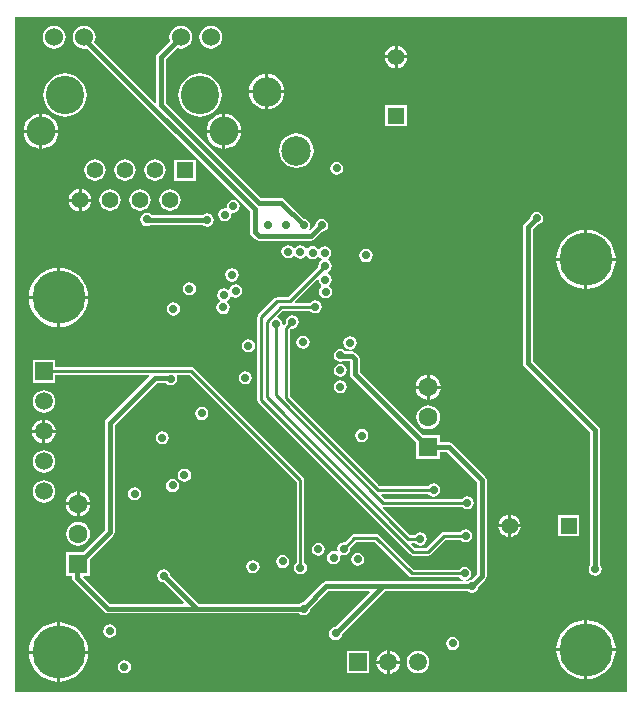
<source format=gbl>
G04*
G04 #@! TF.GenerationSoftware,Altium Limited,Altium Designer,20.0.13 (296)*
G04*
G04 Layer_Physical_Order=4*
G04 Layer_Color=16711680*
%FSLAX44Y44*%
%MOMM*%
G71*
G01*
G75*
%ADD15C,0.2540*%
%ADD81C,0.4000*%
%ADD83C,1.6000*%
%ADD84R,1.6000X1.6000*%
%ADD85C,4.5000*%
%ADD86C,1.4000*%
%ADD87R,1.4000X1.4000*%
%ADD88R,1.4000X1.4000*%
%ADD89C,2.5000*%
%ADD90C,3.2500*%
%ADD91C,2.4450*%
%ADD92C,1.5300*%
%ADD93C,1.3980*%
%ADD94R,1.3980X1.3980*%
%ADD95C,1.5000*%
%ADD96R,1.5000X1.5000*%
%ADD97R,1.5000X1.5000*%
%ADD98C,0.7000*%
%ADD99C,0.8000*%
G36*
X521432Y3569D02*
X3569D01*
X3568Y575432D01*
X521431D01*
X521432Y3569D01*
D02*
G37*
%LPC*%
G36*
X169000Y567733D02*
X166481Y567402D01*
X164133Y566429D01*
X162118Y564882D01*
X160571Y562867D01*
X159598Y560519D01*
X159267Y558000D01*
X159598Y555481D01*
X160571Y553133D01*
X162118Y551117D01*
X164133Y549571D01*
X166481Y548598D01*
X169000Y548267D01*
X171519Y548598D01*
X173867Y549571D01*
X175882Y551117D01*
X177429Y553133D01*
X178402Y555481D01*
X178733Y558000D01*
X178402Y560519D01*
X177429Y562867D01*
X175882Y564882D01*
X173867Y566429D01*
X171519Y567402D01*
X169000Y567733D01*
D02*
G37*
G36*
X36500D02*
X33981Y567402D01*
X31633Y566429D01*
X29617Y564882D01*
X28071Y562867D01*
X27098Y560519D01*
X26767Y558000D01*
X27098Y555481D01*
X28071Y553133D01*
X29617Y551117D01*
X31633Y549571D01*
X33981Y548598D01*
X36500Y548267D01*
X39019Y548598D01*
X41366Y549571D01*
X43382Y551117D01*
X44929Y553133D01*
X45901Y555481D01*
X46233Y558000D01*
X45901Y560519D01*
X44929Y562867D01*
X43382Y564882D01*
X41366Y566429D01*
X39019Y567402D01*
X36500Y567733D01*
D02*
G37*
G36*
X327270Y550955D02*
Y542770D01*
X335455D01*
X335294Y543991D01*
X334333Y546311D01*
X332804Y548304D01*
X330811Y549833D01*
X328490Y550794D01*
X327270Y550955D01*
D02*
G37*
G36*
X324730D02*
X323509Y550794D01*
X321189Y549833D01*
X319196Y548304D01*
X317667Y546311D01*
X316705Y543991D01*
X316545Y542770D01*
X324730D01*
Y550955D01*
D02*
G37*
G36*
X335455Y540230D02*
X327270D01*
Y532045D01*
X328490Y532206D01*
X330811Y533167D01*
X332804Y534696D01*
X334333Y536689D01*
X335294Y539010D01*
X335455Y540230D01*
D02*
G37*
G36*
X324730D02*
X316545D01*
X316705Y539010D01*
X317667Y536689D01*
X319196Y534696D01*
X321189Y533167D01*
X323509Y532206D01*
X324730Y532045D01*
Y540230D01*
D02*
G37*
G36*
X217770Y526988D02*
Y513270D01*
X231488D01*
X231322Y514948D01*
X230462Y517783D01*
X229066Y520396D01*
X227186Y522686D01*
X224896Y524566D01*
X222283Y525962D01*
X219448Y526822D01*
X217770Y526988D01*
D02*
G37*
G36*
X215230D02*
X213552Y526822D01*
X210716Y525962D01*
X208104Y524566D01*
X205814Y522686D01*
X203934Y520396D01*
X202538Y517783D01*
X201678Y514948D01*
X201512Y513270D01*
X215230D01*
Y526988D01*
D02*
G37*
G36*
X143600Y567733D02*
X141081Y567402D01*
X138733Y566429D01*
X136718Y564882D01*
X135171Y562867D01*
X134198Y560519D01*
X133867Y558000D01*
X134198Y555481D01*
X134525Y554692D01*
X123866Y544034D01*
X122982Y542711D01*
X122672Y541150D01*
X122672Y541150D01*
Y503255D01*
X121498Y502769D01*
X70565Y553703D01*
X71301Y555481D01*
X71633Y558000D01*
X71301Y560519D01*
X70329Y562867D01*
X68782Y564882D01*
X66766Y566429D01*
X64419Y567402D01*
X61900Y567733D01*
X59381Y567402D01*
X57033Y566429D01*
X55017Y564882D01*
X53471Y562867D01*
X52498Y560519D01*
X52167Y558000D01*
X52498Y555481D01*
X53471Y553133D01*
X55017Y551117D01*
X57033Y549571D01*
X59381Y548598D01*
X61900Y548267D01*
X64167Y548565D01*
X202172Y410561D01*
Y393250D01*
X202172Y393250D01*
X202482Y391689D01*
X203366Y390366D01*
X206866Y386866D01*
X206866Y386866D01*
X208189Y385982D01*
X209750Y385672D01*
X209750Y385672D01*
X254000D01*
X254000Y385672D01*
X255560Y385982D01*
X256884Y386866D01*
X263199Y393182D01*
X265146Y393569D01*
X266965Y394785D01*
X268181Y396604D01*
X268608Y398750D01*
X268181Y400896D01*
X266965Y402715D01*
X265146Y403931D01*
X263000Y404358D01*
X260854Y403931D01*
X259035Y402715D01*
X257819Y400896D01*
X257432Y398950D01*
X253194Y394712D01*
X252208Y395522D01*
X252931Y396604D01*
X253358Y398750D01*
X252931Y400896D01*
X251715Y402715D01*
X249896Y403931D01*
X247950Y404318D01*
X231634Y420634D01*
X230311Y421518D01*
X228750Y421828D01*
X228750Y421828D01*
X211189D01*
X130828Y502189D01*
Y539461D01*
X140293Y548925D01*
X141081Y548598D01*
X143600Y548267D01*
X146119Y548598D01*
X148467Y549571D01*
X150482Y551117D01*
X152029Y553133D01*
X153001Y555481D01*
X153333Y558000D01*
X153001Y560519D01*
X152029Y562867D01*
X150482Y564882D01*
X148467Y566429D01*
X146119Y567402D01*
X143600Y567733D01*
D02*
G37*
G36*
X231488Y510730D02*
X217770D01*
Y497012D01*
X219448Y497178D01*
X222283Y498038D01*
X224896Y499434D01*
X227186Y501314D01*
X229066Y503604D01*
X230462Y506217D01*
X231322Y509052D01*
X231488Y510730D01*
D02*
G37*
G36*
X215230D02*
X201512D01*
X201678Y509052D01*
X202538Y506217D01*
X203934Y503604D01*
X205814Y501314D01*
X208104Y499434D01*
X210716Y498038D01*
X213552Y497178D01*
X215230Y497012D01*
Y510730D01*
D02*
G37*
G36*
X159900Y527338D02*
X156322Y526986D01*
X152882Y525943D01*
X149712Y524248D01*
X146933Y521967D01*
X144652Y519188D01*
X142958Y516018D01*
X141914Y512578D01*
X141562Y509000D01*
X141914Y505423D01*
X142958Y501982D01*
X144652Y498812D01*
X146933Y496033D01*
X149712Y493753D01*
X152882Y492058D01*
X156322Y491014D01*
X159900Y490662D01*
X163478Y491014D01*
X166918Y492058D01*
X170088Y493753D01*
X172867Y496033D01*
X175148Y498812D01*
X176842Y501982D01*
X177886Y505423D01*
X178238Y509000D01*
X177886Y512578D01*
X176842Y516018D01*
X175148Y519188D01*
X172867Y521967D01*
X170088Y524248D01*
X166918Y525943D01*
X163478Y526986D01*
X159900Y527338D01*
D02*
G37*
G36*
X45600D02*
X42023Y526986D01*
X38582Y525943D01*
X35412Y524248D01*
X32633Y521967D01*
X30352Y519188D01*
X28658Y516018D01*
X27614Y512578D01*
X27262Y509000D01*
X27614Y505423D01*
X28658Y501982D01*
X30352Y498812D01*
X32633Y496033D01*
X35412Y493753D01*
X38582Y492058D01*
X42023Y491014D01*
X45600Y490662D01*
X49178Y491014D01*
X52618Y492058D01*
X55788Y493753D01*
X58567Y496033D01*
X60848Y498812D01*
X62543Y501982D01*
X63586Y505423D01*
X63938Y509000D01*
X63586Y512578D01*
X62543Y516018D01*
X60848Y519188D01*
X58567Y521967D01*
X55788Y524248D01*
X52618Y525943D01*
X49178Y526986D01*
X45600Y527338D01*
D02*
G37*
G36*
X335000Y500500D02*
X317000D01*
Y482500D01*
X335000D01*
Y500500D01*
D02*
G37*
G36*
X181470Y493211D02*
Y479770D01*
X194911D01*
X194751Y481394D01*
X193907Y484178D01*
X192536Y486743D01*
X190691Y488991D01*
X188442Y490836D01*
X185877Y492207D01*
X183094Y493051D01*
X181470Y493211D01*
D02*
G37*
G36*
X26570D02*
Y479770D01*
X40011D01*
X39851Y481394D01*
X39007Y484178D01*
X37636Y486743D01*
X35791Y488991D01*
X33543Y490836D01*
X30978Y492207D01*
X28194Y493051D01*
X26570Y493211D01*
D02*
G37*
G36*
X24030D02*
X22406Y493051D01*
X19622Y492207D01*
X17057Y490836D01*
X14809Y488991D01*
X12964Y486743D01*
X11593Y484178D01*
X10749Y481394D01*
X10589Y479770D01*
X24030D01*
Y493211D01*
D02*
G37*
G36*
X178930D02*
X177305Y493051D01*
X174522Y492207D01*
X171957Y490836D01*
X169709Y488991D01*
X167864Y486743D01*
X166493Y484178D01*
X165648Y481394D01*
X165488Y479770D01*
X178930D01*
Y493211D01*
D02*
G37*
G36*
X40011Y477230D02*
X26570D01*
Y463789D01*
X28194Y463949D01*
X30978Y464793D01*
X33543Y466164D01*
X35791Y468009D01*
X37636Y470257D01*
X39007Y472822D01*
X39851Y475605D01*
X40011Y477230D01*
D02*
G37*
G36*
X194911D02*
X181470D01*
Y463789D01*
X183094Y463949D01*
X185877Y464793D01*
X188442Y466164D01*
X190691Y468009D01*
X192536Y470257D01*
X193907Y472822D01*
X194751Y475605D01*
X194911Y477230D01*
D02*
G37*
G36*
X178930D02*
X165488D01*
X165648Y475605D01*
X166493Y472822D01*
X167864Y470257D01*
X169709Y468009D01*
X171957Y466164D01*
X174522Y464793D01*
X177305Y463949D01*
X178930Y463789D01*
Y477230D01*
D02*
G37*
G36*
X24030D02*
X10589D01*
X10749Y475605D01*
X11593Y472822D01*
X12964Y470257D01*
X14809Y468009D01*
X17057Y466164D01*
X19622Y464793D01*
X22406Y463949D01*
X24030Y463789D01*
Y477230D01*
D02*
G37*
G36*
X241500Y476625D02*
X237715Y476127D01*
X234188Y474666D01*
X231159Y472342D01*
X228834Y469313D01*
X227373Y465785D01*
X226875Y462000D01*
X227373Y458215D01*
X228834Y454688D01*
X231159Y451659D01*
X234188Y449334D01*
X237715Y447873D01*
X241500Y447375D01*
X245285Y447873D01*
X248813Y449334D01*
X251842Y451659D01*
X254166Y454688D01*
X255627Y458215D01*
X256125Y462000D01*
X255627Y465785D01*
X254166Y469313D01*
X251842Y472342D01*
X248813Y474666D01*
X245285Y476127D01*
X241500Y476625D01*
D02*
G37*
G36*
X275750Y452608D02*
X273604Y452181D01*
X271785Y450965D01*
X270569Y449146D01*
X270142Y447000D01*
X270569Y444854D01*
X271785Y443035D01*
X273604Y441819D01*
X275750Y441392D01*
X277896Y441819D01*
X279715Y443035D01*
X280931Y444854D01*
X281358Y447000D01*
X280931Y449146D01*
X279715Y450965D01*
X277896Y452181D01*
X275750Y452608D01*
D02*
G37*
G36*
X156240Y454490D02*
X138260D01*
Y436510D01*
X156240D01*
Y454490D01*
D02*
G37*
G36*
X121850Y454568D02*
X119503Y454259D01*
X117316Y453353D01*
X115438Y451912D01*
X113997Y450034D01*
X113091Y447847D01*
X112782Y445500D01*
X113091Y443153D01*
X113997Y440966D01*
X115438Y439089D01*
X117316Y437648D01*
X119503Y436742D01*
X121850Y436433D01*
X124197Y436742D01*
X126384Y437648D01*
X128262Y439089D01*
X129703Y440966D01*
X130609Y443153D01*
X130918Y445500D01*
X130609Y447847D01*
X129703Y450034D01*
X128262Y451912D01*
X126384Y453353D01*
X124197Y454259D01*
X121850Y454568D01*
D02*
G37*
G36*
X96450D02*
X94103Y454259D01*
X91916Y453353D01*
X90038Y451912D01*
X88597Y450034D01*
X87691Y447847D01*
X87382Y445500D01*
X87691Y443153D01*
X88597Y440966D01*
X90038Y439089D01*
X91916Y437648D01*
X94103Y436742D01*
X96450Y436433D01*
X98797Y436742D01*
X100984Y437648D01*
X102862Y439089D01*
X104303Y440966D01*
X105209Y443153D01*
X105518Y445500D01*
X105209Y447847D01*
X104303Y450034D01*
X102862Y451912D01*
X100984Y453353D01*
X98797Y454259D01*
X96450Y454568D01*
D02*
G37*
G36*
X71050D02*
X68703Y454259D01*
X66516Y453353D01*
X64638Y451912D01*
X63197Y450034D01*
X62291Y447847D01*
X61982Y445500D01*
X62291Y443153D01*
X63197Y440966D01*
X64638Y439089D01*
X66516Y437648D01*
X68703Y436742D01*
X71050Y436433D01*
X73397Y436742D01*
X75584Y437648D01*
X77462Y439089D01*
X78903Y440966D01*
X79809Y443153D01*
X80118Y445500D01*
X79809Y447847D01*
X78903Y450034D01*
X77462Y451912D01*
X75584Y453353D01*
X73397Y454259D01*
X71050Y454568D01*
D02*
G37*
G36*
X59620Y429545D02*
Y421370D01*
X67795D01*
X67635Y422588D01*
X66674Y424906D01*
X65147Y426897D01*
X63156Y428425D01*
X60838Y429385D01*
X59620Y429545D01*
D02*
G37*
G36*
X57080D02*
X55862Y429385D01*
X53544Y428425D01*
X51553Y426897D01*
X50026Y424906D01*
X49065Y422588D01*
X48905Y421370D01*
X57080D01*
Y429545D01*
D02*
G37*
G36*
X188071Y420429D02*
X185925Y420002D01*
X184106Y418786D01*
X182890Y416967D01*
X182463Y414821D01*
X182604Y414116D01*
X181706Y413218D01*
X181000Y413358D01*
X178854Y412931D01*
X177035Y411716D01*
X175819Y409896D01*
X175392Y407750D01*
X175819Y405604D01*
X177035Y403785D01*
X178854Y402569D01*
X181000Y402142D01*
X183146Y402569D01*
X184965Y403785D01*
X186181Y405604D01*
X186608Y407750D01*
X186467Y408456D01*
X187365Y409354D01*
X188071Y409213D01*
X190217Y409640D01*
X192036Y410856D01*
X193252Y412675D01*
X193679Y414821D01*
X193252Y416967D01*
X192036Y418786D01*
X190217Y420002D01*
X188071Y420429D01*
D02*
G37*
G36*
X134550Y429168D02*
X132203Y428859D01*
X130016Y427953D01*
X128138Y426512D01*
X126697Y424634D01*
X125791Y422447D01*
X125482Y420100D01*
X125791Y417753D01*
X126697Y415566D01*
X128138Y413689D01*
X130016Y412248D01*
X132203Y411342D01*
X134550Y411033D01*
X136897Y411342D01*
X139084Y412248D01*
X140962Y413689D01*
X142403Y415566D01*
X143308Y417753D01*
X143617Y420100D01*
X143308Y422447D01*
X142403Y424634D01*
X140962Y426512D01*
X139084Y427953D01*
X136897Y428859D01*
X134550Y429168D01*
D02*
G37*
G36*
X109150D02*
X106803Y428859D01*
X104616Y427953D01*
X102738Y426512D01*
X101297Y424634D01*
X100391Y422447D01*
X100082Y420100D01*
X100391Y417753D01*
X101297Y415566D01*
X102738Y413689D01*
X104616Y412248D01*
X106803Y411342D01*
X109150Y411033D01*
X111497Y411342D01*
X113684Y412248D01*
X115562Y413689D01*
X117003Y415566D01*
X117908Y417753D01*
X118217Y420100D01*
X117908Y422447D01*
X117003Y424634D01*
X115562Y426512D01*
X113684Y427953D01*
X111497Y428859D01*
X109150Y429168D01*
D02*
G37*
G36*
X83750D02*
X81403Y428859D01*
X79216Y427953D01*
X77338Y426512D01*
X75897Y424634D01*
X74991Y422447D01*
X74682Y420100D01*
X74991Y417753D01*
X75897Y415566D01*
X77338Y413689D01*
X79216Y412248D01*
X81403Y411342D01*
X83750Y411033D01*
X86097Y411342D01*
X88284Y412248D01*
X90162Y413689D01*
X91603Y415566D01*
X92508Y417753D01*
X92817Y420100D01*
X92508Y422447D01*
X91603Y424634D01*
X90162Y426512D01*
X88284Y427953D01*
X86097Y428859D01*
X83750Y429168D01*
D02*
G37*
G36*
X67795Y418830D02*
X59620D01*
Y410655D01*
X60838Y410816D01*
X63156Y411776D01*
X65147Y413303D01*
X66674Y415294D01*
X67635Y417612D01*
X67795Y418830D01*
D02*
G37*
G36*
X57080D02*
X48905D01*
X49065Y417612D01*
X50026Y415294D01*
X51553Y413303D01*
X53544Y411776D01*
X55862Y410816D01*
X57080Y410655D01*
Y418830D01*
D02*
G37*
G36*
X115000Y409358D02*
X112854Y408931D01*
X111035Y407715D01*
X109819Y405896D01*
X109392Y403750D01*
X109819Y401604D01*
X111035Y399785D01*
X112854Y398569D01*
X115000Y398143D01*
X117146Y398569D01*
X118422Y399422D01*
X161943D01*
X162035Y399285D01*
X163854Y398069D01*
X166000Y397642D01*
X168146Y398069D01*
X169965Y399285D01*
X171181Y401104D01*
X171608Y403250D01*
X171181Y405396D01*
X169965Y407215D01*
X168146Y408431D01*
X166000Y408858D01*
X163854Y408431D01*
X162579Y407578D01*
X119057D01*
X118965Y407715D01*
X117146Y408931D01*
X115000Y409358D01*
D02*
G37*
G36*
X488020Y395036D02*
Y371270D01*
X511786D01*
X511428Y374909D01*
X509996Y379629D01*
X507671Y383979D01*
X504542Y387792D01*
X500729Y390921D01*
X496379Y393246D01*
X491659Y394678D01*
X488020Y395036D01*
D02*
G37*
G36*
X485480D02*
X481841Y394678D01*
X477121Y393246D01*
X472771Y390921D01*
X468958Y387792D01*
X465829Y383979D01*
X463504Y379629D01*
X462072Y374909D01*
X461714Y371270D01*
X485480D01*
Y395036D01*
D02*
G37*
G36*
X300500Y378858D02*
X298354Y378431D01*
X296535Y377215D01*
X295319Y375396D01*
X294892Y373250D01*
X295319Y371104D01*
X296535Y369285D01*
X298354Y368069D01*
X300500Y367642D01*
X302646Y368069D01*
X304465Y369285D01*
X305681Y371104D01*
X306108Y373250D01*
X305681Y375396D01*
X304465Y377215D01*
X302646Y378431D01*
X300500Y378858D01*
D02*
G37*
G36*
X187020Y362378D02*
X184874Y361951D01*
X183055Y360735D01*
X181839Y358916D01*
X181412Y356770D01*
X181839Y354624D01*
X183055Y352805D01*
X184874Y351589D01*
X187020Y351162D01*
X189166Y351589D01*
X190985Y352805D01*
X192201Y354624D01*
X192628Y356770D01*
X192201Y358916D01*
X190985Y360735D01*
X189166Y361951D01*
X187020Y362378D01*
D02*
G37*
G36*
X511786Y368730D02*
X488020D01*
Y344964D01*
X491659Y345323D01*
X496379Y346754D01*
X500729Y349080D01*
X504542Y352209D01*
X507671Y356021D01*
X509996Y360372D01*
X511428Y365092D01*
X511786Y368730D01*
D02*
G37*
G36*
X485480D02*
X461714D01*
X462072Y365092D01*
X463504Y360372D01*
X465829Y356021D01*
X468958Y352209D01*
X472771Y349080D01*
X477121Y346754D01*
X481841Y345323D01*
X485480Y344964D01*
Y368730D01*
D02*
G37*
G36*
X190250Y348838D02*
X188104Y348411D01*
X186285Y347195D01*
X185069Y345376D01*
X184942Y344739D01*
X183534Y344170D01*
X182396Y344931D01*
X180250Y345358D01*
X178104Y344931D01*
X176285Y343715D01*
X175069Y341896D01*
X174642Y339750D01*
X175069Y337604D01*
X176285Y335785D01*
X176712Y335499D01*
X176689Y333987D01*
X175535Y333215D01*
X174319Y331396D01*
X173892Y329250D01*
X174319Y327104D01*
X175535Y325285D01*
X177354Y324069D01*
X179500Y323642D01*
X181646Y324069D01*
X183465Y325285D01*
X184681Y327104D01*
X185108Y329250D01*
X184681Y331396D01*
X183465Y333215D01*
X183038Y333501D01*
X183060Y335013D01*
X184215Y335785D01*
X185431Y337604D01*
X185557Y338241D01*
X186966Y338810D01*
X188104Y338049D01*
X190250Y337622D01*
X192396Y338049D01*
X194215Y339265D01*
X195431Y341084D01*
X195858Y343230D01*
X195431Y345376D01*
X194215Y347195D01*
X192396Y348411D01*
X190250Y348838D01*
D02*
G37*
G36*
X151000Y350608D02*
X148854Y350181D01*
X147035Y348965D01*
X145819Y347146D01*
X145392Y345000D01*
X145819Y342854D01*
X147035Y341035D01*
X148854Y339819D01*
X151000Y339392D01*
X153146Y339819D01*
X154965Y341035D01*
X156181Y342854D01*
X156608Y345000D01*
X156181Y347146D01*
X154965Y348965D01*
X153146Y350181D01*
X151000Y350608D01*
D02*
G37*
G36*
X41520Y362786D02*
Y339020D01*
X65286D01*
X64928Y342659D01*
X63496Y347379D01*
X61171Y351729D01*
X58042Y355541D01*
X54229Y358671D01*
X49879Y360996D01*
X45159Y362428D01*
X41520Y362786D01*
D02*
G37*
G36*
X38980D02*
X35341Y362428D01*
X30621Y360996D01*
X26271Y358671D01*
X22458Y355541D01*
X19329Y351729D01*
X17004Y347379D01*
X15572Y342659D01*
X15214Y339020D01*
X38980D01*
Y362786D01*
D02*
G37*
G36*
X234500Y382108D02*
X232354Y381681D01*
X230535Y380465D01*
X229319Y378646D01*
X228892Y376500D01*
X229319Y374354D01*
X230535Y372535D01*
X232354Y371319D01*
X234500Y370892D01*
X236646Y371319D01*
X238465Y372535D01*
X238903Y373190D01*
X240430D01*
X241035Y372285D01*
X242854Y371069D01*
X245000Y370642D01*
X247146Y371069D01*
X248965Y372285D01*
X249194Y372628D01*
X250721D01*
X251285Y371785D01*
X253104Y370569D01*
X255250Y370142D01*
X257396Y370569D01*
X259216Y371785D01*
X259528Y372252D01*
X261055D01*
X261535Y371535D01*
X263056Y370518D01*
X263163Y369436D01*
X263088Y369086D01*
X261785Y368215D01*
X260569Y366396D01*
X260142Y364250D01*
X260290Y363506D01*
X234619Y337834D01*
X225250D01*
X223974Y337580D01*
X222892Y336857D01*
X209393Y323358D01*
X208670Y322276D01*
X208416Y321000D01*
Y251250D01*
X208670Y249974D01*
X209393Y248892D01*
X338143Y120142D01*
X339224Y119420D01*
X340500Y119166D01*
X353250D01*
X354526Y119420D01*
X355607Y120142D01*
X368131Y132666D01*
X380613D01*
X381035Y132035D01*
X382854Y130819D01*
X385000Y130392D01*
X387146Y130819D01*
X388965Y132035D01*
X390181Y133854D01*
X390608Y136000D01*
X390181Y138146D01*
X388965Y139965D01*
X387146Y141181D01*
X385000Y141608D01*
X382854Y141181D01*
X381035Y139965D01*
X380613Y139334D01*
X366750D01*
X365474Y139080D01*
X364392Y138357D01*
X351869Y125834D01*
X341881D01*
X338972Y128743D01*
X339459Y129916D01*
X342113D01*
X342535Y129285D01*
X344354Y128069D01*
X346500Y127642D01*
X348646Y128069D01*
X350465Y129285D01*
X351681Y131104D01*
X352108Y133250D01*
X351681Y135396D01*
X350465Y137215D01*
X348646Y138431D01*
X346500Y138858D01*
X344354Y138431D01*
X342535Y137215D01*
X342113Y136584D01*
X337551D01*
X314693Y159443D01*
X314701Y159509D01*
X315266Y160666D01*
X381863D01*
X382285Y160035D01*
X384104Y158819D01*
X386250Y158392D01*
X388396Y158819D01*
X390215Y160035D01*
X391431Y161854D01*
X391858Y164000D01*
X391431Y166146D01*
X390215Y167965D01*
X388396Y169181D01*
X386250Y169608D01*
X384104Y169181D01*
X382285Y167965D01*
X381863Y167334D01*
X316210D01*
X313302Y170243D01*
X313788Y171416D01*
X353363D01*
X353785Y170785D01*
X355604Y169569D01*
X357750Y169142D01*
X359896Y169569D01*
X361715Y170785D01*
X362931Y172604D01*
X363358Y174750D01*
X362931Y176896D01*
X361715Y178715D01*
X359896Y179931D01*
X357750Y180358D01*
X355604Y179931D01*
X353785Y178715D01*
X353363Y178084D01*
X311881D01*
X236084Y253881D01*
Y310369D01*
X237255Y311540D01*
X238000Y311392D01*
X240146Y311819D01*
X241965Y313035D01*
X243181Y314854D01*
X243608Y317000D01*
X243181Y319146D01*
X241965Y320965D01*
X240146Y322181D01*
X238000Y322608D01*
X235854Y322181D01*
X234035Y320965D01*
X232819Y319146D01*
X232392Y317000D01*
X232540Y316255D01*
X230746Y314461D01*
X229575Y315086D01*
X229608Y315250D01*
X229181Y317396D01*
X227965Y319215D01*
X226146Y320431D01*
X225799Y320500D01*
X225430Y321715D01*
X230131Y326416D01*
X253113D01*
X253535Y325785D01*
X255354Y324569D01*
X257500Y324142D01*
X259646Y324569D01*
X261465Y325785D01*
X262681Y327604D01*
X263108Y329750D01*
X262681Y331896D01*
X261465Y333715D01*
X259646Y334931D01*
X257500Y335358D01*
X255354Y334931D01*
X253535Y333715D01*
X253113Y333084D01*
X240958D01*
X240472Y334257D01*
X259253Y353038D01*
X260453Y352443D01*
X260819Y350604D01*
X262035Y348785D01*
X262752Y348305D01*
Y346778D01*
X262285Y346465D01*
X261069Y344646D01*
X260642Y342500D01*
X261069Y340354D01*
X262285Y338535D01*
X264104Y337319D01*
X266250Y336892D01*
X268396Y337319D01*
X270215Y338535D01*
X271431Y340354D01*
X271858Y342500D01*
X271431Y344646D01*
X270215Y346465D01*
X269498Y346945D01*
Y348472D01*
X269965Y348785D01*
X271181Y350604D01*
X271608Y352750D01*
X271181Y354896D01*
X269965Y356715D01*
X268225Y357878D01*
X268144Y358173D01*
X268134Y359228D01*
X269715Y360285D01*
X270931Y362104D01*
X271358Y364250D01*
X270931Y366396D01*
X269715Y368215D01*
X268194Y369232D01*
X268087Y370314D01*
X268163Y370664D01*
X269465Y371535D01*
X270681Y373354D01*
X271108Y375500D01*
X270681Y377646D01*
X269465Y379465D01*
X267646Y380681D01*
X265500Y381108D01*
X263354Y380681D01*
X261535Y379465D01*
X261222Y378997D01*
X259695D01*
X259216Y379715D01*
X257396Y380931D01*
X255250Y381357D01*
X253104Y380931D01*
X251285Y379715D01*
X251056Y379372D01*
X249528D01*
X248965Y380215D01*
X247146Y381431D01*
X245000Y381858D01*
X242854Y381431D01*
X241035Y380215D01*
X240597Y379561D01*
X239070D01*
X238465Y380465D01*
X236646Y381681D01*
X234500Y382108D01*
D02*
G37*
G36*
X137500Y333608D02*
X135354Y333181D01*
X133535Y331965D01*
X132319Y330146D01*
X131892Y328000D01*
X132319Y325854D01*
X133535Y324035D01*
X135354Y322819D01*
X137500Y322392D01*
X139646Y322819D01*
X141465Y324035D01*
X142681Y325854D01*
X143108Y328000D01*
X142681Y330146D01*
X141465Y331965D01*
X139646Y333181D01*
X137500Y333608D01*
D02*
G37*
G36*
X65286Y336480D02*
X41520D01*
Y312714D01*
X45159Y313072D01*
X49879Y314504D01*
X54229Y316829D01*
X58042Y319958D01*
X61171Y323771D01*
X63496Y328121D01*
X64928Y332841D01*
X65286Y336480D01*
D02*
G37*
G36*
X38980D02*
X15214D01*
X15572Y332841D01*
X17004Y328121D01*
X19329Y323771D01*
X22458Y319958D01*
X26271Y316829D01*
X30621Y314504D01*
X35341Y313072D01*
X38980Y312714D01*
Y336480D01*
D02*
G37*
G36*
X247250Y305358D02*
X245104Y304931D01*
X243285Y303715D01*
X242069Y301896D01*
X241642Y299750D01*
X242069Y297604D01*
X243285Y295785D01*
X245104Y294569D01*
X247250Y294142D01*
X249396Y294569D01*
X251215Y295785D01*
X252431Y297604D01*
X252858Y299750D01*
X252431Y301896D01*
X251215Y303715D01*
X249396Y304931D01*
X247250Y305358D01*
D02*
G37*
G36*
X287000Y304858D02*
X284854Y304431D01*
X283035Y303215D01*
X281819Y301396D01*
X281392Y299250D01*
X281819Y297104D01*
X283035Y295285D01*
X284854Y294069D01*
X287000Y293642D01*
X289146Y294069D01*
X290965Y295285D01*
X292181Y297104D01*
X292608Y299250D01*
X292181Y301396D01*
X290965Y303215D01*
X289146Y304431D01*
X287000Y304858D01*
D02*
G37*
G36*
X201000Y302358D02*
X198854Y301931D01*
X197035Y300715D01*
X195819Y298896D01*
X195392Y296750D01*
X195819Y294604D01*
X197035Y292785D01*
X198854Y291569D01*
X201000Y291142D01*
X203146Y291569D01*
X204965Y292785D01*
X206181Y294604D01*
X206608Y296750D01*
X206181Y298896D01*
X204965Y300715D01*
X203146Y301931D01*
X201000Y302358D01*
D02*
G37*
G36*
X278750Y281608D02*
X276604Y281181D01*
X274785Y279965D01*
X273569Y278146D01*
X273142Y276000D01*
X273569Y273854D01*
X274785Y272035D01*
X276604Y270819D01*
X278750Y270392D01*
X280896Y270819D01*
X282715Y272035D01*
X283931Y273854D01*
X284358Y276000D01*
X283931Y278146D01*
X282715Y279965D01*
X280896Y281181D01*
X278750Y281608D01*
D02*
G37*
G36*
X198250Y275358D02*
X196104Y274931D01*
X194285Y273715D01*
X193069Y271896D01*
X192642Y269750D01*
X193069Y267604D01*
X194285Y265785D01*
X196104Y264569D01*
X198250Y264142D01*
X200396Y264569D01*
X202215Y265785D01*
X203431Y267604D01*
X203858Y269750D01*
X203431Y271896D01*
X202215Y273715D01*
X200396Y274931D01*
X198250Y275358D01*
D02*
G37*
G36*
X354520Y272114D02*
Y262920D01*
X363714D01*
X363519Y264401D01*
X362457Y266965D01*
X360767Y269167D01*
X358565Y270857D01*
X356002Y271919D01*
X354520Y272114D01*
D02*
G37*
G36*
X351980D02*
X350499Y271919D01*
X347934Y270857D01*
X345733Y269167D01*
X344043Y266965D01*
X342981Y264401D01*
X342786Y262920D01*
X351980D01*
Y272114D01*
D02*
G37*
G36*
X278750Y267608D02*
X276604Y267181D01*
X274785Y265965D01*
X273569Y264146D01*
X273142Y262000D01*
X273569Y259854D01*
X274785Y258035D01*
X276604Y256819D01*
X278750Y256392D01*
X280896Y256819D01*
X282715Y258035D01*
X283931Y259854D01*
X284358Y262000D01*
X283931Y264146D01*
X282715Y265965D01*
X280896Y267181D01*
X278750Y267608D01*
D02*
G37*
G36*
X363714Y260380D02*
X354520D01*
Y251186D01*
X356002Y251381D01*
X358565Y252443D01*
X360767Y254133D01*
X362457Y256334D01*
X363519Y258899D01*
X363714Y260380D01*
D02*
G37*
G36*
X351980D02*
X342786D01*
X342981Y258899D01*
X344043Y256334D01*
X345733Y254133D01*
X347934Y252443D01*
X350499Y251381D01*
X351980Y251186D01*
Y260380D01*
D02*
G37*
G36*
X27750Y259232D02*
X25270Y258906D01*
X22959Y257948D01*
X20975Y256425D01*
X19452Y254441D01*
X18494Y252130D01*
X18168Y249650D01*
X18494Y247170D01*
X19452Y244859D01*
X20975Y242875D01*
X22959Y241352D01*
X25270Y240394D01*
X27750Y240068D01*
X30230Y240394D01*
X32541Y241352D01*
X34525Y242875D01*
X36048Y244859D01*
X37005Y247170D01*
X37332Y249650D01*
X37005Y252130D01*
X36048Y254441D01*
X34525Y256425D01*
X32541Y257948D01*
X30230Y258906D01*
X27750Y259232D01*
D02*
G37*
G36*
X161500Y245108D02*
X159354Y244681D01*
X157535Y243465D01*
X156319Y241646D01*
X155892Y239500D01*
X156319Y237354D01*
X157535Y235535D01*
X159354Y234319D01*
X161500Y233892D01*
X163646Y234319D01*
X165465Y235535D01*
X166681Y237354D01*
X167108Y239500D01*
X166681Y241646D01*
X165465Y243465D01*
X163646Y244681D01*
X161500Y245108D01*
D02*
G37*
G36*
X353250Y246336D02*
X350639Y245993D01*
X348207Y244985D01*
X346118Y243382D01*
X344515Y241293D01*
X343507Y238860D01*
X343164Y236250D01*
X343507Y233639D01*
X344515Y231207D01*
X346118Y229118D01*
X348207Y227515D01*
X350639Y226507D01*
X353250Y226164D01*
X355860Y226507D01*
X358293Y227515D01*
X360382Y229118D01*
X361985Y231207D01*
X362993Y233639D01*
X363336Y236250D01*
X362993Y238860D01*
X361985Y241293D01*
X360382Y243382D01*
X358293Y244985D01*
X355860Y245993D01*
X353250Y246336D01*
D02*
G37*
G36*
X29020Y234209D02*
Y225520D01*
X37709D01*
X37531Y226871D01*
X36520Y229313D01*
X34911Y231411D01*
X32813Y233020D01*
X30371Y234032D01*
X29020Y234209D01*
D02*
G37*
G36*
X26480D02*
X25129Y234032D01*
X22687Y233020D01*
X20589Y231411D01*
X18980Y229313D01*
X17968Y226871D01*
X17790Y225520D01*
X26480D01*
Y234209D01*
D02*
G37*
G36*
X297000Y226358D02*
X294854Y225931D01*
X293035Y224715D01*
X291819Y222896D01*
X291392Y220750D01*
X291819Y218604D01*
X293035Y216785D01*
X294854Y215569D01*
X297000Y215142D01*
X299146Y215569D01*
X300965Y216785D01*
X302181Y218604D01*
X302608Y220750D01*
X302181Y222896D01*
X300965Y224715D01*
X299146Y225931D01*
X297000Y226358D01*
D02*
G37*
G36*
X37709Y222980D02*
X29020D01*
Y214291D01*
X30371Y214468D01*
X32813Y215480D01*
X34911Y217089D01*
X36520Y219187D01*
X37531Y221629D01*
X37709Y222980D01*
D02*
G37*
G36*
X26480D02*
X17790D01*
X17968Y221629D01*
X18980Y219187D01*
X20589Y217089D01*
X22687Y215480D01*
X25129Y214468D01*
X26480Y214291D01*
Y222980D01*
D02*
G37*
G36*
X128000Y224608D02*
X125854Y224181D01*
X124035Y222965D01*
X122819Y221146D01*
X122392Y219000D01*
X122819Y216854D01*
X124035Y215035D01*
X125854Y213819D01*
X128000Y213392D01*
X130146Y213819D01*
X131965Y215035D01*
X133181Y216854D01*
X133608Y219000D01*
X133181Y221146D01*
X131965Y222965D01*
X130146Y224181D01*
X128000Y224608D01*
D02*
G37*
G36*
X27750Y208432D02*
X25270Y208106D01*
X22959Y207148D01*
X20975Y205625D01*
X19452Y203641D01*
X18494Y201330D01*
X18168Y198850D01*
X18494Y196370D01*
X19452Y194059D01*
X20975Y192075D01*
X22959Y190552D01*
X25270Y189594D01*
X27750Y189268D01*
X30230Y189594D01*
X32541Y190552D01*
X34525Y192075D01*
X36048Y194059D01*
X37005Y196370D01*
X37332Y198850D01*
X37005Y201330D01*
X36048Y203641D01*
X34525Y205625D01*
X32541Y207148D01*
X30230Y208106D01*
X27750Y208432D01*
D02*
G37*
G36*
X146750Y192858D02*
X144604Y192431D01*
X142785Y191215D01*
X141569Y189396D01*
X141142Y187250D01*
X141569Y185104D01*
X142785Y183285D01*
X144604Y182069D01*
X146750Y181642D01*
X148896Y182069D01*
X150715Y183285D01*
X151931Y185104D01*
X152358Y187250D01*
X151931Y189396D01*
X150715Y191215D01*
X148896Y192431D01*
X146750Y192858D01*
D02*
G37*
G36*
X136750Y184108D02*
X134604Y183681D01*
X132785Y182465D01*
X131569Y180646D01*
X131142Y178500D01*
X131569Y176354D01*
X132785Y174535D01*
X134604Y173319D01*
X136750Y172892D01*
X138896Y173319D01*
X140715Y174535D01*
X141931Y176354D01*
X142358Y178500D01*
X141931Y180646D01*
X140715Y182465D01*
X138896Y183681D01*
X136750Y184108D01*
D02*
G37*
G36*
X104500Y177108D02*
X102354Y176681D01*
X100535Y175465D01*
X99319Y173646D01*
X98892Y171500D01*
X99319Y169354D01*
X100535Y167535D01*
X102354Y166319D01*
X104500Y165892D01*
X106646Y166319D01*
X108465Y167535D01*
X109681Y169354D01*
X110108Y171500D01*
X109681Y173646D01*
X108465Y175465D01*
X106646Y176681D01*
X104500Y177108D01*
D02*
G37*
G36*
X58020Y173464D02*
Y164270D01*
X67214D01*
X67019Y165751D01*
X65957Y168315D01*
X64267Y170517D01*
X62066Y172207D01*
X59502Y173269D01*
X58020Y173464D01*
D02*
G37*
G36*
X55480D02*
X53999Y173269D01*
X51435Y172207D01*
X49233Y170517D01*
X47544Y168315D01*
X46481Y165751D01*
X46286Y164270D01*
X55480D01*
Y173464D01*
D02*
G37*
G36*
X27750Y183032D02*
X25270Y182705D01*
X22959Y181748D01*
X20975Y180225D01*
X19452Y178241D01*
X18494Y175930D01*
X18168Y173450D01*
X18494Y170970D01*
X19452Y168659D01*
X20975Y166674D01*
X22959Y165152D01*
X25270Y164195D01*
X27750Y163868D01*
X30230Y164195D01*
X32541Y165152D01*
X34525Y166674D01*
X36048Y168659D01*
X37005Y170970D01*
X37332Y173450D01*
X37005Y175930D01*
X36048Y178241D01*
X34525Y180225D01*
X32541Y181748D01*
X30230Y182705D01*
X27750Y183032D01*
D02*
G37*
G36*
X67214Y161730D02*
X58020D01*
Y152536D01*
X59502Y152731D01*
X62066Y153793D01*
X64267Y155483D01*
X65957Y157684D01*
X67019Y160248D01*
X67214Y161730D01*
D02*
G37*
G36*
X55480D02*
X46286D01*
X46481Y160248D01*
X47544Y157684D01*
X49233Y155483D01*
X51435Y153793D01*
X53999Y152731D01*
X55480Y152536D01*
Y161730D01*
D02*
G37*
G36*
X423270Y153955D02*
Y145770D01*
X431455D01*
X431295Y146990D01*
X430333Y149311D01*
X428804Y151304D01*
X426811Y152833D01*
X424491Y153794D01*
X423270Y153955D01*
D02*
G37*
G36*
X420730D02*
X419510Y153794D01*
X417189Y152833D01*
X415196Y151304D01*
X413667Y149311D01*
X412706Y146990D01*
X412545Y145770D01*
X420730D01*
Y153955D01*
D02*
G37*
G36*
X481000Y153500D02*
X463000D01*
Y135500D01*
X481000D01*
Y153500D01*
D02*
G37*
G36*
X431455Y143230D02*
X423270D01*
Y135045D01*
X424491Y135206D01*
X426811Y136167D01*
X428804Y137696D01*
X430333Y139689D01*
X431295Y142010D01*
X431455Y143230D01*
D02*
G37*
G36*
X420730D02*
X412545D01*
X412706Y142010D01*
X413667Y139689D01*
X415196Y137696D01*
X417189Y136167D01*
X419510Y135206D01*
X420730Y135045D01*
Y143230D01*
D02*
G37*
G36*
X56750Y147686D02*
X54140Y147343D01*
X51707Y146335D01*
X49618Y144732D01*
X48015Y142643D01*
X47008Y140210D01*
X46664Y137600D01*
X47008Y134989D01*
X48015Y132557D01*
X49618Y130468D01*
X51707Y128865D01*
X54140Y127857D01*
X56750Y127514D01*
X59361Y127857D01*
X61793Y128865D01*
X63882Y130468D01*
X65485Y132557D01*
X66493Y134989D01*
X66837Y137600D01*
X66493Y140210D01*
X65485Y142643D01*
X63882Y144732D01*
X61793Y146335D01*
X59361Y147343D01*
X56750Y147686D01*
D02*
G37*
G36*
X260037Y130145D02*
X257891Y129718D01*
X256072Y128502D01*
X254856Y126683D01*
X254429Y124537D01*
X254856Y122391D01*
X256072Y120572D01*
X257891Y119356D01*
X260037Y118929D01*
X262183Y119356D01*
X264002Y120572D01*
X265218Y122391D01*
X265645Y124537D01*
X265218Y126683D01*
X264002Y128502D01*
X262183Y129718D01*
X260037Y130145D01*
D02*
G37*
G36*
X293500Y121608D02*
X291354Y121181D01*
X289535Y119965D01*
X288319Y118146D01*
X287892Y116000D01*
X288319Y113854D01*
X289535Y112035D01*
X291354Y110819D01*
X293500Y110392D01*
X295646Y110819D01*
X297465Y112035D01*
X298681Y113854D01*
X299108Y116000D01*
X298681Y118146D01*
X297465Y119965D01*
X295646Y121181D01*
X293500Y121608D01*
D02*
G37*
G36*
X230000Y119858D02*
X227854Y119431D01*
X226035Y118215D01*
X224819Y116396D01*
X224392Y114250D01*
X224819Y112104D01*
X226035Y110285D01*
X227854Y109069D01*
X230000Y108642D01*
X232146Y109069D01*
X233965Y110285D01*
X235181Y112104D01*
X235608Y114250D01*
X235181Y116396D01*
X233965Y118215D01*
X232146Y119431D01*
X230000Y119858D01*
D02*
G37*
G36*
X204750Y115358D02*
X202604Y114931D01*
X200785Y113715D01*
X199569Y111896D01*
X199142Y109750D01*
X199569Y107604D01*
X200785Y105785D01*
X202604Y104569D01*
X204750Y104142D01*
X206896Y104569D01*
X208715Y105785D01*
X209931Y107604D01*
X210358Y109750D01*
X209931Y111896D01*
X208715Y113715D01*
X206896Y114931D01*
X204750Y115358D01*
D02*
G37*
G36*
X278750Y294358D02*
X276604Y293931D01*
X274785Y292715D01*
X273569Y290896D01*
X273142Y288750D01*
X273569Y286604D01*
X274785Y284785D01*
X276604Y283569D01*
X278750Y283142D01*
X280896Y283569D01*
X281687Y284098D01*
X286922D01*
Y273100D01*
X286922Y273100D01*
X287232Y271539D01*
X288116Y270216D01*
X343250Y215082D01*
Y200850D01*
X363250D01*
Y206772D01*
X369211D01*
X394672Y181311D01*
Y103439D01*
X390050Y98818D01*
X388104Y98431D01*
X386454Y97328D01*
X385161D01*
X385036Y98598D01*
X386146Y98819D01*
X387965Y100035D01*
X389181Y101854D01*
X389608Y104000D01*
X389181Y106146D01*
X387965Y107965D01*
X386146Y109181D01*
X384000Y109608D01*
X381854Y109181D01*
X380035Y107965D01*
X379613Y107334D01*
X340631D01*
X311607Y136357D01*
X310526Y137080D01*
X309250Y137334D01*
X290750D01*
X289474Y137080D01*
X288392Y136357D01*
X282495Y130460D01*
X281750Y130608D01*
X279604Y130181D01*
X277785Y128965D01*
X276569Y127146D01*
X276142Y125000D01*
X276477Y123319D01*
X275377Y122527D01*
X275146Y122681D01*
X273000Y123108D01*
X270854Y122681D01*
X269035Y121465D01*
X267819Y119646D01*
X267392Y117500D01*
X267819Y115354D01*
X269035Y113535D01*
X270854Y112319D01*
X273000Y111892D01*
X275146Y112319D01*
X276965Y113535D01*
X278181Y115354D01*
X278608Y117500D01*
X278273Y119181D01*
X279373Y119973D01*
X279604Y119819D01*
X281750Y119392D01*
X283896Y119819D01*
X285715Y121035D01*
X286931Y122854D01*
X287358Y125000D01*
X287210Y125745D01*
X292131Y130666D01*
X307869D01*
X336892Y101643D01*
X337974Y100920D01*
X339250Y100666D01*
X379613D01*
X380035Y100035D01*
X381854Y98819D01*
X382964Y98598D01*
X382839Y97328D01*
X314750D01*
X314750Y97328D01*
X314750Y97328D01*
X266750D01*
X266750Y97328D01*
X265189Y97018D01*
X263866Y96134D01*
X247550Y79818D01*
X245604Y79431D01*
X243954Y78328D01*
X158689D01*
X134818Y102200D01*
X134431Y104146D01*
X133215Y105965D01*
X131396Y107181D01*
X129250Y107608D01*
X127104Y107181D01*
X125285Y105965D01*
X124069Y104146D01*
X123642Y102000D01*
X124069Y99854D01*
X125285Y98035D01*
X127104Y96819D01*
X129050Y96432D01*
X145981Y79502D01*
X145495Y78328D01*
X83689D01*
X61088Y100930D01*
X61614Y102200D01*
X66750D01*
Y116432D01*
X86384Y136066D01*
X87268Y137389D01*
X87578Y138950D01*
X87578Y138950D01*
Y229811D01*
X123189Y265422D01*
X130796D01*
X131035Y265065D01*
X132854Y263849D01*
X135000Y263422D01*
X137146Y263849D01*
X138965Y265065D01*
X140181Y266884D01*
X140608Y269030D01*
X140181Y271176D01*
X140067Y271346D01*
X140666Y272466D01*
X151069D01*
X241666Y181869D01*
Y113387D01*
X241035Y112965D01*
X239819Y111146D01*
X239392Y109000D01*
X239819Y106854D01*
X241035Y105035D01*
X242854Y103819D01*
X245000Y103392D01*
X247146Y103819D01*
X248965Y105035D01*
X250181Y106854D01*
X250608Y109000D01*
X250181Y111146D01*
X248965Y112965D01*
X248334Y113387D01*
Y183250D01*
X248080Y184526D01*
X247358Y185608D01*
X154808Y278157D01*
X153726Y278880D01*
X152450Y279134D01*
X37250D01*
Y284550D01*
X18250D01*
Y265550D01*
X37250D01*
Y272466D01*
X116902D01*
X117428Y271196D01*
X80616Y234384D01*
X79732Y233061D01*
X79422Y231500D01*
X79422Y231500D01*
Y140639D01*
X60982Y122200D01*
X46750D01*
Y102200D01*
X51672D01*
Y100500D01*
X51672Y100500D01*
X51982Y98939D01*
X52866Y97616D01*
X79116Y71366D01*
X79116Y71366D01*
X80439Y70482D01*
X82000Y70172D01*
X157000D01*
X157000Y70172D01*
X157000Y70172D01*
X243954D01*
X245604Y69069D01*
X247750Y68642D01*
X249896Y69069D01*
X251715Y70285D01*
X252931Y72104D01*
X253318Y74050D01*
X268439Y89172D01*
X303245D01*
X303731Y87998D01*
X274550Y58818D01*
X272604Y58431D01*
X270785Y57215D01*
X269569Y55396D01*
X269142Y53250D01*
X269569Y51104D01*
X270785Y49285D01*
X272604Y48069D01*
X274750Y47642D01*
X276896Y48069D01*
X278715Y49285D01*
X279931Y51104D01*
X280318Y53050D01*
X316439Y89172D01*
X386454D01*
X388104Y88069D01*
X390250Y87642D01*
X392396Y88069D01*
X394215Y89285D01*
X395431Y91104D01*
X395818Y93050D01*
X401634Y98866D01*
X401634Y98866D01*
X402518Y100189D01*
X402828Y101750D01*
Y183000D01*
X402828Y183000D01*
X402518Y184561D01*
X401634Y185884D01*
X401634Y185884D01*
X373784Y213734D01*
X372461Y214618D01*
X370900Y214928D01*
X370900Y214928D01*
X363250D01*
Y220850D01*
X349018D01*
X295078Y274789D01*
Y285833D01*
X294768Y287394D01*
X293884Y288717D01*
X293884Y288717D01*
X291541Y291060D01*
X290218Y291944D01*
X288657Y292254D01*
X288657Y292254D01*
X283023D01*
X282715Y292715D01*
X280896Y293931D01*
X278750Y294358D01*
D02*
G37*
G36*
X445000Y410358D02*
X442854Y409931D01*
X441035Y408715D01*
X439819Y406896D01*
X439432Y404950D01*
X434616Y400134D01*
X433732Y398811D01*
X433422Y397250D01*
X433422Y397250D01*
Y282250D01*
X433422Y282250D01*
X433732Y280689D01*
X434616Y279366D01*
X490422Y223561D01*
Y111546D01*
X489319Y109896D01*
X488892Y107750D01*
X489319Y105604D01*
X490535Y103785D01*
X492354Y102569D01*
X494500Y102142D01*
X496646Y102569D01*
X498465Y103785D01*
X499681Y105604D01*
X500108Y107750D01*
X499681Y109896D01*
X498578Y111546D01*
Y225250D01*
X498268Y226811D01*
X497384Y228134D01*
X497384Y228134D01*
X441578Y283939D01*
Y395561D01*
X445200Y399182D01*
X447146Y399569D01*
X448965Y400785D01*
X450181Y402604D01*
X450608Y404750D01*
X450181Y406896D01*
X448965Y408715D01*
X447146Y409931D01*
X445000Y410358D01*
D02*
G37*
G36*
X83500Y60858D02*
X81354Y60431D01*
X79535Y59215D01*
X78319Y57396D01*
X77892Y55250D01*
X78319Y53104D01*
X79535Y51285D01*
X81354Y50069D01*
X83500Y49642D01*
X85646Y50069D01*
X87465Y51285D01*
X88681Y53104D01*
X89108Y55250D01*
X88681Y57396D01*
X87465Y59215D01*
X85646Y60431D01*
X83500Y60858D01*
D02*
G37*
G36*
X488020Y64536D02*
Y40770D01*
X511786D01*
X511428Y44409D01*
X509996Y49129D01*
X507671Y53479D01*
X504542Y57292D01*
X500729Y60421D01*
X496379Y62746D01*
X491659Y64178D01*
X488020Y64536D01*
D02*
G37*
G36*
X485480D02*
X481841Y64178D01*
X477121Y62746D01*
X472771Y60421D01*
X468958Y57292D01*
X465829Y53479D01*
X463504Y49129D01*
X462072Y44409D01*
X461714Y40770D01*
X485480D01*
Y64536D01*
D02*
G37*
G36*
X374000Y50358D02*
X371854Y49931D01*
X370035Y48715D01*
X368819Y46896D01*
X368392Y44750D01*
X368819Y42604D01*
X370035Y40785D01*
X371854Y39569D01*
X374000Y39142D01*
X376146Y39569D01*
X377965Y40785D01*
X379181Y42604D01*
X379608Y44750D01*
X379181Y46896D01*
X377965Y48715D01*
X376146Y49931D01*
X374000Y50358D01*
D02*
G37*
G36*
X41520Y62536D02*
Y38770D01*
X65286D01*
X64928Y42409D01*
X63496Y47129D01*
X61171Y51479D01*
X58042Y55292D01*
X54229Y58421D01*
X49879Y60746D01*
X45159Y62178D01*
X41520Y62536D01*
D02*
G37*
G36*
X38980D02*
X35341Y62178D01*
X30621Y60746D01*
X26271Y58421D01*
X22458Y55292D01*
X19329Y51479D01*
X17004Y47129D01*
X15572Y42409D01*
X15214Y38770D01*
X38980D01*
Y62536D01*
D02*
G37*
G36*
X320520Y38960D02*
Y30270D01*
X329210D01*
X329032Y31621D01*
X328020Y34063D01*
X326411Y36161D01*
X324313Y37770D01*
X321871Y38782D01*
X320520Y38960D01*
D02*
G37*
G36*
X317980D02*
X316629Y38782D01*
X314187Y37770D01*
X312089Y36161D01*
X310480Y34063D01*
X309468Y31621D01*
X309291Y30270D01*
X317980D01*
Y38960D01*
D02*
G37*
G36*
X303350Y38500D02*
X284350D01*
Y19500D01*
X303350D01*
Y38500D01*
D02*
G37*
G36*
X344650Y38582D02*
X342170Y38256D01*
X339859Y37298D01*
X337875Y35776D01*
X336352Y33791D01*
X335395Y31480D01*
X335068Y29000D01*
X335395Y26520D01*
X336352Y24209D01*
X337875Y22225D01*
X339859Y20702D01*
X342170Y19745D01*
X344650Y19418D01*
X347130Y19745D01*
X349441Y20702D01*
X351426Y22225D01*
X352948Y24209D01*
X353905Y26520D01*
X354232Y29000D01*
X353905Y31480D01*
X352948Y33791D01*
X351426Y35776D01*
X349441Y37298D01*
X347130Y38256D01*
X344650Y38582D01*
D02*
G37*
G36*
X96000Y30608D02*
X93854Y30181D01*
X92035Y28965D01*
X90819Y27146D01*
X90392Y25000D01*
X90819Y22854D01*
X92035Y21035D01*
X93854Y19819D01*
X96000Y19392D01*
X98146Y19819D01*
X99965Y21035D01*
X101181Y22854D01*
X101608Y25000D01*
X101181Y27146D01*
X99965Y28965D01*
X98146Y30181D01*
X96000Y30608D01*
D02*
G37*
G36*
X329210Y27730D02*
X320520D01*
Y19041D01*
X321871Y19219D01*
X324313Y20230D01*
X326411Y21840D01*
X328020Y23937D01*
X329032Y26379D01*
X329210Y27730D01*
D02*
G37*
G36*
X317980D02*
X309291D01*
X309468Y26379D01*
X310480Y23937D01*
X312089Y21840D01*
X314187Y20230D01*
X316629Y19219D01*
X317980Y19041D01*
Y27730D01*
D02*
G37*
G36*
X511786Y38230D02*
X488020D01*
Y14464D01*
X491659Y14822D01*
X496379Y16254D01*
X500729Y18579D01*
X504542Y21708D01*
X507671Y25521D01*
X509996Y29871D01*
X511428Y34591D01*
X511786Y38230D01*
D02*
G37*
G36*
X485480D02*
X461714D01*
X462072Y34591D01*
X463504Y29871D01*
X465829Y25521D01*
X468958Y21708D01*
X472771Y18579D01*
X477121Y16254D01*
X481841Y14822D01*
X485480Y14464D01*
Y38230D01*
D02*
G37*
G36*
X65286Y36230D02*
X41520D01*
Y12464D01*
X45159Y12822D01*
X49879Y14254D01*
X54229Y16579D01*
X58042Y19708D01*
X61171Y23521D01*
X63496Y27871D01*
X64928Y32591D01*
X65286Y36230D01*
D02*
G37*
G36*
X38980D02*
X15214D01*
X15572Y32591D01*
X17004Y27871D01*
X19329Y23521D01*
X22458Y19708D01*
X26271Y16579D01*
X30621Y14254D01*
X35341Y12822D01*
X38980Y12464D01*
Y36230D01*
D02*
G37*
%LPD*%
D15*
X232750Y252500D02*
X310500Y174750D01*
X232750Y252500D02*
Y311750D01*
X238000Y317000D01*
X211750Y251250D02*
Y321000D01*
Y251250D02*
X340500Y122500D01*
X211750Y321000D02*
X225250Y334500D01*
X216290Y253130D02*
X336171Y133250D01*
X216290Y317290D02*
X228750Y329750D01*
X216290Y253130D02*
Y317290D01*
X152450Y275800D02*
X245000Y183250D01*
Y109000D02*
Y183250D01*
X28500Y275800D02*
X152450D01*
X27750Y275050D02*
X28500Y275800D01*
X236000Y334500D02*
X265750Y364250D01*
X225250Y334500D02*
X236000D01*
X228750Y329750D02*
X257500D01*
X281750Y125000D02*
X290750Y134000D01*
X309250D01*
X339250Y104000D01*
X384000D01*
X336171Y133250D02*
X346500D01*
X310500Y174750D02*
X357750D01*
X224000Y254830D02*
Y315250D01*
X314829Y164000D02*
X386250D01*
X224000Y254830D02*
X314829Y164000D01*
X340500Y122500D02*
X353250D01*
X366750Y136000D02*
X385000D01*
X353250Y122500D02*
X366750Y136000D01*
D81*
X291000Y273100D02*
X353250Y210850D01*
X279324Y288176D02*
X288657D01*
X291000Y285833D01*
Y273100D02*
Y285833D01*
X121500Y269500D02*
X134530D01*
X135000Y269030D01*
X209500Y417750D02*
X228750D01*
X126750Y500500D02*
Y541150D01*
Y500500D02*
X209500Y417750D01*
X390250Y93250D02*
X398750Y101750D01*
X370900Y210850D02*
X398750Y183000D01*
Y101750D02*
Y183000D01*
X83500Y231500D02*
X121500Y269500D01*
X437500Y282250D02*
Y397250D01*
X445000Y404750D01*
X437500Y282250D02*
X494500Y225250D01*
X228750Y417750D02*
X247750Y398750D01*
X494500Y107750D02*
Y225250D01*
X157000Y74250D02*
X247750D01*
X266750Y93250D01*
X165750Y403500D02*
X166000Y403250D01*
X115250Y403500D02*
X165750D01*
X115000Y403750D02*
X115250Y403500D01*
X83500Y138950D02*
Y231500D01*
X56750Y112200D02*
X83500Y138950D01*
X55750Y111200D02*
X56750Y112200D01*
X55750Y100500D02*
Y111200D01*
X82000Y74250D02*
X157000D01*
X55750Y100500D02*
X82000Y74250D01*
X129250Y102000D02*
X157000Y74250D01*
X266750Y93250D02*
X314750D01*
X390250D01*
X274750Y53250D02*
X314750Y93250D01*
X353250Y210850D02*
X370900D01*
X278750Y288750D02*
X279324Y288176D01*
X61900Y556600D02*
Y558000D01*
Y556600D02*
X206250Y412250D01*
X126750Y541150D02*
X143600Y558000D01*
X206250Y393250D02*
Y412250D01*
Y393250D02*
X209750Y389750D01*
X254000D01*
X263000Y398750D01*
D83*
X56750Y137600D02*
D03*
Y163000D02*
D03*
X353250Y261650D02*
D03*
Y236250D02*
D03*
D84*
X56750Y112200D02*
D03*
X353250Y210850D02*
D03*
D85*
X40250Y337750D02*
D03*
Y37500D02*
D03*
X486750Y39500D02*
D03*
Y370000D02*
D03*
D86*
X326000Y541500D02*
D03*
X422000Y144500D02*
D03*
D87*
X326000Y491500D02*
D03*
D88*
X472000Y144500D02*
D03*
D89*
X216500Y512000D02*
D03*
X241500Y462000D02*
D03*
D90*
X159900Y509000D02*
D03*
X45600D02*
D03*
D91*
X25300Y478500D02*
D03*
X180200D02*
D03*
D92*
X61900Y558000D02*
D03*
X36500D02*
D03*
X143600D02*
D03*
X169000D02*
D03*
D93*
X58350Y420100D02*
D03*
X71050Y445500D02*
D03*
X83750Y420100D02*
D03*
X96450Y445500D02*
D03*
X109150Y420100D02*
D03*
X121850Y445500D02*
D03*
X134550Y420100D02*
D03*
D94*
X147250Y445500D02*
D03*
D95*
X344650Y29000D02*
D03*
X319250D02*
D03*
X27750Y173450D02*
D03*
Y198850D02*
D03*
Y224250D02*
D03*
Y249650D02*
D03*
D96*
X293850Y29000D02*
D03*
D97*
X27750Y275050D02*
D03*
D98*
X135000Y269030D02*
D03*
X260037Y124537D02*
D03*
X266000Y352750D02*
D03*
X145750Y241500D02*
D03*
X445000Y404750D02*
D03*
X187020Y356770D02*
D03*
X247750Y74250D02*
D03*
X494500Y107750D02*
D03*
X232750Y344750D02*
D03*
X224250Y353250D02*
D03*
X215500Y345000D02*
D03*
X384000Y104000D02*
D03*
X346500Y133250D02*
D03*
X281750Y125000D02*
D03*
X390250Y93250D02*
D03*
X287000Y299250D02*
D03*
X198250Y269750D02*
D03*
X257500Y329750D02*
D03*
X266250Y342500D02*
D03*
X190250Y343230D02*
D03*
X300500Y373250D02*
D03*
X374000Y44750D02*
D03*
X161500Y239500D02*
D03*
X128000Y219000D02*
D03*
X146750Y187250D02*
D03*
X136750Y178500D02*
D03*
X83500Y55250D02*
D03*
X96000Y25000D02*
D03*
X104500Y171500D02*
D03*
X129250Y102000D02*
D03*
X204750Y109750D02*
D03*
X274750Y53250D02*
D03*
X230000Y114250D02*
D03*
X245000Y109000D02*
D03*
X273000Y117500D02*
D03*
X293500Y116000D02*
D03*
X297000Y220750D02*
D03*
X278750Y288750D02*
D03*
Y276000D02*
D03*
Y262000D02*
D03*
X201000Y296750D02*
D03*
X357750Y174750D02*
D03*
X386250Y164000D02*
D03*
X385000Y136000D02*
D03*
X247250Y299750D02*
D03*
X166000Y403250D02*
D03*
X137500Y328000D02*
D03*
X224000Y315250D02*
D03*
X179500Y329250D02*
D03*
X180250Y339750D02*
D03*
X151000Y345000D02*
D03*
X238000Y317000D02*
D03*
X217250Y399250D02*
D03*
X247750Y398750D02*
D03*
X188071Y414821D02*
D03*
X265750Y364250D02*
D03*
X265500Y375500D02*
D03*
X255250Y375750D02*
D03*
X245000Y376250D02*
D03*
X234500Y376500D02*
D03*
X275750Y447000D02*
D03*
X263000Y398750D02*
D03*
X232500D02*
D03*
X115000Y403750D02*
D03*
X181000Y407750D02*
D03*
D99*
X511001Y561751D02*
D03*
Y543751D02*
D03*
Y525751D02*
D03*
Y507751D02*
D03*
Y489751D02*
D03*
X502001Y561751D02*
D03*
X506501Y552751D02*
D03*
X502001Y543751D02*
D03*
X506501Y534751D02*
D03*
X502001Y525751D02*
D03*
X506501Y516751D02*
D03*
X502001Y507751D02*
D03*
X506501Y498751D02*
D03*
X502001Y489751D02*
D03*
X376001Y561751D02*
D03*
X380501Y552751D02*
D03*
X376001Y543751D02*
D03*
X380501Y534751D02*
D03*
X376001Y525751D02*
D03*
X380501Y516751D02*
D03*
X376001Y507751D02*
D03*
X380501Y498751D02*
D03*
X376001Y489751D02*
D03*
X367001Y561751D02*
D03*
X371501Y552751D02*
D03*
X367001Y543751D02*
D03*
X371501Y534751D02*
D03*
X367001Y525751D02*
D03*
X371501Y516751D02*
D03*
X367001Y507751D02*
D03*
X371501Y498751D02*
D03*
M02*

</source>
